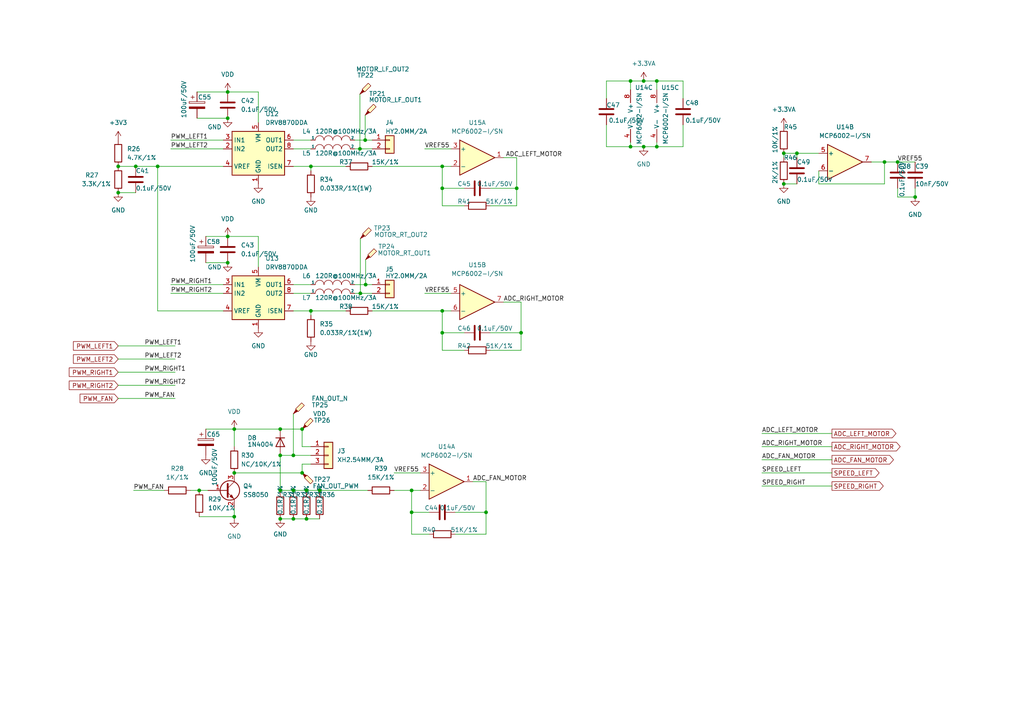
<source format=kicad_sch>
(kicad_sch (version 20231120) (generator "eeschema") (generator_version "8.0")
  (paper "A4")
  (lib_symbols
    (symbol "Amplifier_Operational:MCP6002-xSN" (pin_names (offset 0.127))
      (property "Reference" "U" (at 0 5.08 0))
      (property "Value" "MCP6002-xSN" (at 0 -5.08 0))
      (symbol "MCP6002-xSN_1_1"
        (polyline (pts (xy -5.08 5.08) (xy 5.08 0) (xy -5.08 -5.08) (xy -5.08 5.08)) (stroke (width 0.254)) (fill (type background)))
        (pin output line (at 7.62 0 180) (length 2.54) (name "~") (number "1"))
        (pin input line (at -7.62 -2.54 0) (length 2.54) (name "-") (number "2"))
        (pin input line (at -7.62 2.54 0) (length 2.54) (name "+") (number "3"))
      )
      (symbol "MCP6002-xSN_2_1"
        (polyline (pts (xy -5.08 5.08) (xy 5.08 0) (xy -5.08 -5.08) (xy -5.08 5.08)) (stroke (width 0.254)) (fill (type background)))
        (pin input line (at -7.62 2.54 0) (length 2.54) (name "+") (number "5"))
        (pin input line (at -7.62 -2.54 0) (length 2.54) (name "-") (number "6"))
        (pin output line (at 7.62 0 180) (length 2.54) (name "~") (number "7"))
      )
      (symbol "MCP6002-xSN_3_1"
        (pin power_in line (at -2.54 -7.62 90) (length 3.81) (name "V-") (number "4"))
        (pin power_in line (at -2.54 7.62 270) (length 3.81) (name "V+") (number "8"))
      )
    )
    (symbol "Connector:TestPoint_Probe" (pin_numbers hide) (pin_names (offset 0.762) hide)
      (property "Reference" "TP" (at 1.651 5.842 0))
      (property "Value" "TestPoint_Probe" (at 1.651 4.064 0))
      (symbol "TestPoint_Probe_0_1"
        (polyline (pts (xy 1.27 0.762) (xy 0 0) (xy 0.762 1.27) (xy 1.27 0.762)) (fill (type outline)))
        (polyline (pts (xy 1.397 0.635) (xy 0.635 1.397) (xy 2.413 3.175) (xy 3.175 2.413) (xy 1.397 0.635)) (fill (type background)))
      )
      (symbol "TestPoint_Probe_1_1"
        (pin passive line (at 0 0 90) (length 0) (name "1") (number "1"))
      )
    )
    (symbol "Connector_Generic:Conn_01x02" (pin_names (offset 1.016) hide)
      (property "Reference" "J" (at 0 2.54 0))
      (property "Value" "Conn_01x02" (at 0 -5.08 0))
      (symbol "Conn_01x02_1_1"
        (rectangle (start -1.27 -2.413) (end 0 -2.667) (stroke (width 0.1524)))
        (rectangle (start -1.27 0.127) (end 0 -0.127) (stroke (width 0.1524)))
        (rectangle (start -1.27 1.27) (end 1.27 -3.81) (stroke (width 0.254)) (fill (type background)))
        (pin passive line (at -5.08 0 0) (length 3.81) (name "Pin_1") (number "1"))
        (pin passive line (at -5.08 -2.54 0) (length 3.81) (name "Pin_2") (number "2"))
      )
    )
    (symbol "Connector_Generic:Conn_01x03" (pin_names (offset 1.016) hide)
      (property "Reference" "J" (at 0 5.08 0))
      (property "Value" "Conn_01x03" (at 0 -5.08 0))
      (symbol "Conn_01x03_1_1"
        (rectangle (start -1.27 -2.413) (end 0 -2.667) (stroke (width 0.1524)))
        (rectangle (start -1.27 0.127) (end 0 -0.127) (stroke (width 0.1524)))
        (rectangle (start -1.27 2.667) (end 0 2.413) (stroke (width 0.1524)))
        (rectangle (start -1.27 3.81) (end 1.27 -3.81) (stroke (width 0.254)) (fill (type background)))
        (pin passive line (at -5.08 2.54 0) (length 3.81) (name "Pin_1") (number "1"))
        (pin passive line (at -5.08 0 0) (length 3.81) (name "Pin_2") (number "2"))
        (pin passive line (at -5.08 -2.54 0) (length 3.81) (name "Pin_3") (number "3"))
      )
    )
    (symbol "Device:C" (pin_numbers hide) (pin_names (offset 0.254))
      (property "Reference" "C" (at 0.635 2.54 0))
      (property "Value" "C" (at 0.635 -2.54 0))
      (symbol "C_0_1"
        (polyline (pts (xy -2.032 -0.762) (xy 2.032 -0.762)) (stroke (width 0.508)))
        (polyline (pts (xy -2.032 0.762) (xy 2.032 0.762)) (stroke (width 0.508)))
      )
      (symbol "C_1_1"
        (pin passive line (at 0 3.81 270) (length 2.794) (name "~") (number "1"))
        (pin passive line (at 0 -3.81 90) (length 2.794) (name "~") (number "2"))
      )
    )
    (symbol "Device:C_Polarized" (pin_numbers hide) (pin_names (offset 0.254))
      (property "Reference" "C" (at 0.635 2.54 0))
      (property "Value" "C_Polarized" (at 0.635 -2.54 0))
      (symbol "C_Polarized_0_1"
        (rectangle (start -2.286 0.508) (end 2.286 1.016))
        (polyline (pts (xy -1.778 2.286) (xy -0.762 2.286)))
        (polyline (pts (xy -1.27 2.794) (xy -1.27 1.778)))
        (rectangle (start 2.286 -0.508) (end -2.286 -1.016) (fill (type outline)))
      )
      (symbol "C_Polarized_1_1"
        (pin passive line (at 0 3.81 270) (length 2.794) (name "~") (number "1"))
        (pin passive line (at 0 -3.81 90) (length 2.794) (name "~") (number "2"))
      )
    )
    (symbol "Device:D" (pin_numbers hide) (pin_names (offset 1.016) hide)
      (property "Reference" "D" (at 0 2.54 0))
      (property "Value" "D" (at 0 -2.54 0))
      (symbol "D_0_1"
        (polyline (pts (xy -1.27 1.27) (xy -1.27 -1.27)) (stroke (width 0.254)))
        (polyline (pts (xy 1.27 0) (xy -1.27 0)))
        (polyline (pts (xy 1.27 1.27) (xy 1.27 -1.27) (xy -1.27 0) (xy 1.27 1.27)) (stroke (width 0.254)))
      )
      (symbol "D_1_1"
        (pin passive line (at -3.81 0 0) (length 2.54) (name "K") (number "1"))
        (pin passive line (at 3.81 0 180) (length 2.54) (name "A") (number "2"))
      )
    )
    (symbol "Device:Q_NPN_BEC" (pin_names (offset 0) hide)
      (property "Reference" "Q" (at 5.08 1.27 0))
      (property "Value" "Q_NPN_BEC" (at 5.08 -1.27 0))
      (symbol "Q_NPN_BEC_0_1"
        (polyline (pts (xy 0.635 0.635) (xy 2.54 2.54)))
        (polyline (pts (xy 0.635 -0.635) (xy 2.54 -2.54) (xy 2.54 -2.54)))
        (polyline (pts (xy 0.635 1.905) (xy 0.635 -1.905) (xy 0.635 -1.905)) (stroke (width 0.508)))
        (polyline (pts (xy 1.27 -1.778) (xy 1.778 -1.27) (xy 2.286 -2.286) (xy 1.27 -1.778) (xy 1.27 -1.778)) (fill (type outline)))
        (circle (center 1.27 0) (radius 2.8194) (stroke (width 0.254)))
      )
      (symbol "Q_NPN_BEC_1_1"
        (pin input line (at -5.08 0 0) (length 5.715) (name "B") (number "1"))
        (pin passive line (at 2.54 -5.08 90) (length 2.54) (name "E") (number "2"))
        (pin passive line (at 2.54 5.08 270) (length 2.54) (name "C") (number "3"))
      )
    )
    (symbol "Device:R" (pin_numbers hide) (pin_names (offset 0))
      (property "Reference" "R" (at 2.032 0 90))
      (property "Value" "R" (at 0 0 90))
      (symbol "R_0_1"
        (rectangle (start -1.016 -2.54) (end 1.016 2.54) (stroke (width 0.254)))
      )
      (symbol "R_1_1"
        (pin passive line (at 0 3.81 270) (length 1.27) (name "~") (number "1"))
        (pin passive line (at 0 -3.81 90) (length 1.27) (name "~") (number "2"))
      )
    )
    (symbol "Driver_Motor:DRV8870DDA"
      (property "Reference" "U" (at -6.35 6.35 0))
      (property "Value" "DRV8870DDA" (at 8.89 6.35 0))
      (symbol "DRV8870DDA_0_1"
        (rectangle (start -7.62 5.08) (end 7.62 -7.62) (stroke (width 0.254)) (fill (type background)))
      )
      (symbol "DRV8870DDA_1_1"
        (pin power_in line (at 0 -10.16 90) (length 2.54) (name "GND") (number "1"))
        (pin input line (at -10.16 0 0) (length 2.54) (name "IN2") (number "2"))
        (pin input line (at -10.16 2.54 0) (length 2.54) (name "IN1") (number "3"))
        (pin input line (at -10.16 -5.08 0) (length 2.54) (name "VREF") (number "4"))
        (pin power_in line (at 0 7.62 270) (length 2.54) (name "VM") (number "5"))
        (pin output line (at 10.16 2.54 180) (length 2.54) (name "OUT1") (number "6"))
        (pin passive line (at 10.16 -5.08 180) (length 2.54) (name "ISEN") (number "7"))
        (pin output line (at 10.16 0 180) (length 2.54) (name "OUT2") (number "8"))
        (pin passive line (at 0 -10.16 90) (length 2.54) hide (name "GND") (number "9"))
      )
    )
    (symbol "power:+3.3VA" (power) (pin_names (offset 0))
      (property "Value" "+3.3VA" (at 0 3.556 0))
      (symbol "+3.3VA_0_1"
        (polyline (pts (xy -0.762 1.27) (xy 0 2.54)))
        (polyline (pts (xy 0 0) (xy 0 2.54)))
        (polyline (pts (xy 0 2.54) (xy 0.762 1.27)))
      )
      (symbol "+3.3VA_1_1"
        (pin power_in line (at 0 0 90) (length 0) hide (name "+3.3VA") (number "1"))
      )
    )
    (symbol "power:+3V3" (power) (pin_names (offset 0))
      (property "Value" "+3V3" (at 0 3.556 0))
      (symbol "+3V3_0_1"
        (polyline (pts (xy -0.762 1.27) (xy 0 2.54)))
        (polyline (pts (xy 0 0) (xy 0 2.54)))
        (polyline (pts (xy 0 2.54) (xy 0.762 1.27)))
      )
      (symbol "+3V3_1_1"
        (pin power_in line (at 0 0 90) (length 0) hide (name "+3V3") (number "1"))
      )
    )
    (symbol "power:GND" (power) (pin_names (offset 0))
      (property "Value" "GND" (at 0 -3.81 0))
      (symbol "GND_0_1"
        (polyline (pts (xy 0 0) (xy 0 -1.27) (xy 1.27 -1.27) (xy 0 -2.54) (xy -1.27 -1.27) (xy 0 -1.27)))
      )
      (symbol "GND_1_1"
        (pin power_in line (at 0 0 270) (length 0) hide (name "GND") (number "1"))
      )
    )
    (symbol "power:VDD" (power) (pin_names (offset 0))
      (property "Value" "VDD" (at 0 3.81 0))
      (symbol "VDD_0_1"
        (polyline (pts (xy -0.762 1.27) (xy 0 2.54)))
        (polyline (pts (xy 0 0) (xy 0 2.54)))
        (polyline (pts (xy 0 2.54) (xy 0.762 1.27)))
      )
      (symbol "VDD_1_1"
        (pin power_in line (at 0 0 90) (length 0) hide (name "VDD") (number "1"))
      )
    )
    (symbol "pspice:INDUCTOR" (pin_numbers hide) (pin_names (offset 0))
      (property "Reference" "L" (at 0 2.54 0))
      (property "Value" "INDUCTOR" (at 0 -1.27 0))
      (symbol "INDUCTOR_0_1"
        (arc (start -2.54 0) (mid -3.81 1.2645) (end -5.08 0))
        (arc (start 0 0) (mid -1.27 1.2645) (end -2.54 0))
        (arc (start 2.54 0) (mid 1.27 1.2645) (end 0 0))
        (arc (start 5.08 0) (mid 3.81 1.2645) (end 2.54 0))
      )
      (symbol "INDUCTOR_1_1"
        (pin input line (at -6.35 0 0) (length 1.27) (name "1") (number "1"))
        (pin input line (at 6.35 0 180) (length 1.27) (name "2") (number "2"))
      )
    )
  )
  (junction (at 39.37 48.26))
  (junction (at 90.17 48.26))
  (junction (at 66.04 68.58))
  (junction (at 140.97 148.59))
  (junction (at 88.9 150.495))
  (junction (at 186.69 23.495))
  (junction (at 128.27 54.61))
  (junction (at 88.9 142.24))
  (junction (at 256.54 46.99))
  (junction (at 85.09 150.495))
  (junction (at 106.045 82.55))
  (junction (at 104.521 85.09))
  (junction (at 128.27 48.26))
  (junction (at 45.72 48.26))
  (junction (at 81.28 150.495))
  (junction (at 128.27 90.17))
  (junction (at 149.86 54.61))
  (junction (at 119.38 148.59))
  (junction (at 85.09 142.24))
  (junction (at 67.945 137.16))
  (junction (at 85.09 132.08))
  (junction (at 105.918 40.64))
  (junction (at 182.88 23.495))
  (junction (at 81.28 124.46))
  (junction (at 67.945 149.86))
  (junction (at 57.785 142.24))
  (junction (at 190.5 42.545))
  (junction (at 151.13 96.52))
  (junction (at 67.945 124.46))
  (junction (at 34.29 48.26))
  (junction (at 231.14 44.45))
  (junction (at 119.38 142.24))
  (junction (at 265.43 57.15))
  (junction (at 227.33 53.34))
  (junction (at 227.33 44.45))
  (junction (at 128.27 96.52))
  (junction (at 260.35 46.99))
  (junction (at 87.63 137.16))
  (junction (at 81.28 132.08))
  (junction (at 34.29 55.88))
  (junction (at 182.88 42.545))
  (junction (at 186.69 42.545))
  (junction (at 90.17 90.17))
  (junction (at 92.71 142.24))
  (junction (at 190.5 23.495))
  (junction (at 104.394 43.18))
  (junction (at 87.63 124.46))
  (junction (at 81.28 142.24))
  (junction (at 66.04 76.2))
  (junction (at 66.04 26.67))
  (junction (at 66.04 34.29))
  (wire (pts (xy 87.63 137.16) (xy 87.63 134.62)))
  (wire (pts (xy 128.27 96.52) (xy 128.27 90.17)))
  (wire (pts (xy 104.394 43.18) (xy 107.95 43.18)))
  (wire (pts (xy 106.045 75.311) (xy 106.045 82.55)))
  (wire (pts (xy 85.09 142.24) (xy 85.09 142.875)))
  (wire (pts (xy 220.98 133.35) (xy 241.3 133.35)))
  (wire (pts (xy 128.27 59.69) (xy 128.27 54.61)))
  (wire (pts (xy 119.38 142.24) (xy 119.38 148.59)))
  (wire (pts (xy 132.08 154.94) (xy 140.97 154.94)))
  (wire (pts (xy 64.77 90.17) (xy 45.72 90.17)))
  (wire (pts (xy 88.9 142.24) (xy 92.71 142.24)))
  (wire (pts (xy 105.918 33.401) (xy 105.918 40.64)))
  (wire (pts (xy 119.38 148.59) (xy 124.46 148.59)))
  (wire (pts (xy 87.63 124.46) (xy 81.28 124.46)))
  (wire (pts (xy 102.87 43.18) (xy 104.394 43.18)))
  (wire (pts (xy 149.86 45.72) (xy 146.05 45.72)))
  (wire (pts (xy 92.71 142.24) (xy 106.68 142.24)))
  (wire (pts (xy 260.35 57.15) (xy 265.43 57.15)))
  (wire (pts (xy 175.895 36.195) (xy 175.895 42.545)))
  (wire (pts (xy 265.43 54.61) (xy 265.43 57.15)))
  (wire (pts (xy 59.69 124.46) (xy 67.945 124.46)))
  (wire (pts (xy 107.95 90.17) (xy 128.27 90.17)))
  (wire (pts (xy 49.53 40.64) (xy 64.77 40.64)))
  (wire (pts (xy 114.3 137.16) (xy 121.92 137.16)))
  (wire (pts (xy 182.88 23.495) (xy 186.69 23.495)))
  (wire (pts (xy 260.35 54.61) (xy 260.35 57.15)))
  (wire (pts (xy 142.24 54.61) (xy 149.86 54.61)))
  (wire (pts (xy 140.97 139.7) (xy 137.16 139.7)))
  (wire (pts (xy 66.04 26.67) (xy 74.93 26.67)))
  (wire (pts (xy 132.08 148.59) (xy 140.97 148.59)))
  (wire (pts (xy 74.93 68.58) (xy 74.93 77.47)))
  (wire (pts (xy 220.98 129.54) (xy 241.3 129.54)))
  (wire (pts (xy 128.27 90.17) (xy 130.81 90.17)))
  (wire (pts (xy 34.29 55.88) (xy 39.37 55.88)))
  (wire (pts (xy 85.09 120.015) (xy 85.09 132.08)))
  (wire (pts (xy 105.918 40.64) (xy 107.95 40.64)))
  (wire (pts (xy 85.09 85.09) (xy 90.17 85.09)))
  (wire (pts (xy 149.86 59.69) (xy 149.86 54.61)))
  (wire (pts (xy 256.54 46.99) (xy 260.35 46.99)))
  (wire (pts (xy 45.72 48.26) (xy 45.72 90.17)))
  (wire (pts (xy 182.88 23.495) (xy 182.88 26.035)))
  (wire (pts (xy 87.63 129.54) (xy 87.63 124.46)))
  (wire (pts (xy 198.12 23.495) (xy 190.5 23.495)))
  (wire (pts (xy 175.895 42.545) (xy 182.88 42.545)))
  (wire (pts (xy 49.53 43.18) (xy 64.77 43.18)))
  (wire (pts (xy 85.09 142.24) (xy 88.9 142.24)))
  (wire (pts (xy 39.37 48.26) (xy 45.72 48.26)))
  (wire (pts (xy 85.09 43.18) (xy 90.17 43.18)))
  (wire (pts (xy 134.62 59.69) (xy 128.27 59.69)))
  (wire (pts (xy 123.19 85.09) (xy 130.81 85.09)))
  (wire (pts (xy 142.24 101.6) (xy 151.13 101.6)))
  (wire (pts (xy 67.945 147.32) (xy 67.945 149.86)))
  (wire (pts (xy 237.49 53.34) (xy 256.54 53.34)))
  (wire (pts (xy 124.46 154.94) (xy 119.38 154.94)))
  (wire (pts (xy 190.5 42.545) (xy 198.12 42.545)))
  (wire (pts (xy 81.28 150.495) (xy 85.09 150.495)))
  (wire (pts (xy 186.69 23.495) (xy 190.5 23.495)))
  (wire (pts (xy 74.93 26.67) (xy 74.93 35.56)))
  (wire (pts (xy 128.27 101.6) (xy 128.27 96.52)))
  (wire (pts (xy 67.945 124.46) (xy 67.945 129.54)))
  (wire (pts (xy 220.98 125.73) (xy 241.3 125.73)))
  (wire (pts (xy 175.895 23.495) (xy 182.88 23.495)))
  (wire (pts (xy 190.5 42.545) (xy 186.69 42.545)))
  (wire (pts (xy 190.5 41.275) (xy 190.5 42.545)))
  (wire (pts (xy 88.9 142.24) (xy 88.9 142.875)))
  (wire (pts (xy 123.19 43.18) (xy 130.81 43.18)))
  (wire (pts (xy 102.87 82.55) (xy 106.045 82.55)))
  (wire (pts (xy 151.13 87.63) (xy 146.05 87.63)))
  (wire (pts (xy 85.09 40.64) (xy 90.17 40.64)))
  (wire (pts (xy 107.95 48.26) (xy 128.27 48.26)))
  (wire (pts (xy 81.28 142.24) (xy 85.09 142.24)))
  (wire (pts (xy 34.29 104.14) (xy 50.8 104.14)))
  (wire (pts (xy 104.521 85.09) (xy 107.95 85.09)))
  (wire (pts (xy 198.12 42.545) (xy 198.12 36.195)))
  (wire (pts (xy 90.17 48.26) (xy 100.33 48.26)))
  (wire (pts (xy 237.49 49.53) (xy 237.49 53.34)))
  (wire (pts (xy 90.17 49.53) (xy 90.17 48.26)))
  (wire (pts (xy 151.13 101.6) (xy 151.13 96.52)))
  (wire (pts (xy 106.045 82.55) (xy 107.95 82.55)))
  (wire (pts (xy 128.27 54.61) (xy 128.27 48.26)))
  (wire (pts (xy 182.88 42.545) (xy 182.88 41.275)))
  (wire (pts (xy 190.5 26.035) (xy 190.5 23.495)))
  (wire (pts (xy 128.27 96.52) (xy 134.62 96.52)))
  (wire (pts (xy 87.63 134.62) (xy 90.17 134.62)))
  (wire (pts (xy 57.15 26.67) (xy 66.04 26.67)))
  (wire (pts (xy 90.17 91.44) (xy 90.17 90.17)))
  (wire (pts (xy 81.28 142.24) (xy 81.28 142.875)))
  (wire (pts (xy 57.785 149.86) (xy 67.945 149.86)))
  (wire (pts (xy 85.09 48.26) (xy 90.17 48.26)))
  (wire (pts (xy 256.54 53.34) (xy 256.54 46.99)))
  (wire (pts (xy 231.14 44.45) (xy 231.14 45.72)))
  (wire (pts (xy 227.33 53.34) (xy 231.14 53.34)))
  (wire (pts (xy 140.97 154.94) (xy 140.97 148.59)))
  (wire (pts (xy 81.28 132.08) (xy 85.09 132.08)))
  (wire (pts (xy 59.69 68.58) (xy 66.04 68.58)))
  (wire (pts (xy 142.24 59.69) (xy 149.86 59.69)))
  (wire (pts (xy 34.29 100.33) (xy 50.8 100.33)))
  (wire (pts (xy 104.394 27.305) (xy 104.394 43.18)))
  (wire (pts (xy 88.9 150.495) (xy 92.71 150.495)))
  (wire (pts (xy 256.54 46.99) (xy 252.73 46.99)))
  (wire (pts (xy 45.72 48.26) (xy 64.77 48.26)))
  (wire (pts (xy 149.86 54.61) (xy 149.86 45.72)))
  (wire (pts (xy 260.35 46.99) (xy 265.43 46.99)))
  (wire (pts (xy 227.33 45.72) (xy 227.33 44.45)))
  (wire (pts (xy 85.09 150.495) (xy 88.9 150.495)))
  (wire (pts (xy 85.09 90.17) (xy 90.17 90.17)))
  (wire (pts (xy 57.15 34.29) (xy 66.04 34.29)))
  (wire (pts (xy 49.53 82.55) (xy 64.77 82.55)))
  (wire (pts (xy 128.27 48.26) (xy 130.81 48.26)))
  (wire (pts (xy 119.38 148.59) (xy 119.38 154.94)))
  (wire (pts (xy 90.17 90.17) (xy 100.33 90.17)))
  (wire (pts (xy 57.785 142.24) (xy 60.325 142.24)))
  (wire (pts (xy 151.13 96.52) (xy 151.13 87.63)))
  (wire (pts (xy 220.98 137.16) (xy 241.3 137.16)))
  (wire (pts (xy 142.24 96.52) (xy 151.13 96.52)))
  (wire (pts (xy 34.29 111.76) (xy 50.8 111.76)))
  (wire (pts (xy 140.97 148.59) (xy 140.97 139.7)))
  (wire (pts (xy 34.29 107.95) (xy 50.8 107.95)))
  (wire (pts (xy 102.87 40.64) (xy 105.918 40.64)))
  (wire (pts (xy 231.14 44.45) (xy 237.49 44.45)))
  (wire (pts (xy 87.63 129.54) (xy 90.17 129.54)))
  (wire (pts (xy 34.29 115.57) (xy 50.8 115.57)))
  (wire (pts (xy 175.895 28.575) (xy 175.895 23.495)))
  (wire (pts (xy 34.29 48.26) (xy 39.37 48.26)))
  (wire (pts (xy 38.735 142.24) (xy 47.625 142.24)))
  (wire (pts (xy 67.945 150.495) (xy 67.945 149.86)))
  (wire (pts (xy 119.38 142.24) (xy 121.92 142.24)))
  (wire (pts (xy 104.521 69.215) (xy 104.521 85.09)))
  (wire (pts (xy 92.71 142.24) (xy 92.71 142.875)))
  (wire (pts (xy 220.98 140.97) (xy 241.3 140.97)))
  (wire (pts (xy 186.69 42.545) (xy 182.88 42.545)))
  (wire (pts (xy 134.62 101.6) (xy 128.27 101.6)))
  (wire (pts (xy 85.09 82.55) (xy 90.17 82.55)))
  (wire (pts (xy 85.09 132.08) (xy 90.17 132.08)))
  (wire (pts (xy 134.62 54.61) (xy 128.27 54.61)))
  (wire (pts (xy 81.28 132.08) (xy 81.28 142.24)))
  (wire (pts (xy 59.69 76.2) (xy 66.04 76.2)))
  (wire (pts (xy 66.04 68.58) (xy 74.93 68.58)))
  (wire (pts (xy 114.3 142.24) (xy 119.38 142.24)))
  (wire (pts (xy 55.245 142.24) (xy 57.785 142.24)))
  (wire (pts (xy 67.945 137.16) (xy 87.63 137.16)))
  (wire (pts (xy 67.945 124.46) (xy 81.28 124.46)))
  (wire (pts (xy 102.87 85.09) (xy 104.521 85.09)))
  (wire (pts (xy 198.12 28.575) (xy 198.12 23.495)))
  (wire (pts (xy 49.53 85.09) (xy 64.77 85.09)))
  (wire (pts (xy 227.33 44.45) (xy 231.14 44.45)))
  (label "VREF55" (at 114.3 137.16 0))
  (label "ADC_RIGHT_MOTOR" (at 146.05 87.63 0))
  (label "VREF55" (at 123.19 43.18 0))
  (label "ADC_FAN_MOTOR" (at 137.16 139.7 0))
  (label "PWM_LEFT2" (at 41.91 104.14 0))
  (label "ADC_RIGHT_MOTOR" (at 220.98 129.54 0))
  (label "SPEED_LEFT" (at 220.98 137.16 0))
  (label "VREF55" (at 260.35 46.99 0))
  (label "VREF55" (at 123.19 85.09 0))
  (label "PWM_FAN" (at 41.91 115.57 0))
  (label "SPEED_RIGHT" (at 220.98 140.97 0))
  (label "PWM_LEFT1" (at 49.53 40.64 0))
  (label "PWM_RIGHT2" (at 41.91 111.76 0))
  (label "ADC_FAN_MOTOR" (at 220.98 133.35 0))
  (label "PWM_RIGHT1" (at 49.53 82.55 0))
  (label "PWM_LEFT1" (at 41.91 100.33 0))
  (label "PWM_LEFT2" (at 49.53 43.18 0))
  (label "ADC_LEFT_MOTOR" (at 146.685 45.72 0))
  (label "PWM_RIGHT1" (at 41.91 107.95 0))
  (label "PWM_RIGHT2" (at 49.53 85.09 0))
  (label "PWM_FAN" (at 38.735 142.24 0))
  (label "ADC_LEFT_MOTOR" (at 220.98 125.73 0))
  (global_label "PWM_FAN" (shape input) (at 34.29 115.57 180) (property "Intersheetrefs" "${INTERSHEET_REFS}" (effects (hide yes))))
  (global_label "ADC_FAN_MOTOR" (shape output) (at 241.3 133.35 0) (property "Intersheetrefs" "${INTERSHEET_REFS}" (effects (hide yes))))
  (global_label "PWM_RIGHT2" (shape input) (at 34.29 111.76 180) (property "Intersheetrefs" "${INTERSHEET_REFS}" (effects (hide yes))))
  (global_label "ADC_LEFT_MOTOR" (shape output) (at 241.3 125.73 0) (property "Intersheetrefs" "${INTERSHEET_REFS}" (effects (hide yes))))
  (global_label "PWM_LEFT2" (shape input) (at 34.29 104.14 180) (property "Intersheetrefs" "${INTERSHEET_REFS}" (effects (hide yes))))
  (global_label "ADC_RIGHT_MOTOR" (shape output) (at 241.3 129.54 0) (property "Intersheetrefs" "${INTERSHEET_REFS}" (effects (hide yes))))
  (global_label "SPEED_LEFT" (shape output) (at 241.3 137.16 0) (property "Intersheetrefs" "${INTERSHEET_REFS}" (effects (hide yes))))
  (global_label "PWM_RIGHT1" (shape input) (at 34.29 107.95 180) (property "Intersheetrefs" "${INTERSHEET_REFS}" (effects (hide yes))))
  (global_label "SPEED_RIGHT" (shape output) (at 241.3 140.97 0) (property "Intersheetrefs" "${INTERSHEET_REFS}" (effects (hide yes))))
  (global_label "PWM_LEFT1" (shape input) (at 34.29 100.33 180) (property "Intersheetrefs" "${INTERSHEET_REFS}" (effects (hide yes))))
  (symbol (lib_id "Device:C") (at 66.04 72.39 0) (unit 1)
    (property "Reference" "C43" (at 69.85 71.1199 0) (effects (justify left)))
    (property "Value" "0.1uF/50V" (at 69.85 73.6599 0) (effects (justify left)))
    (property "Footprint" "Capacitor_SMD:C_0603_1608Metric" (effects (hide yes)))
  )
  (symbol (lib_id "Device:C") (at 138.43 96.52 90) (unit 1)
    (property "Reference" "C46" (at 134.62 95.25 90))
    (property "Value" "0.1uF/50V" (at 143.51 95.25 90))
    (property "Footprint" "Capacitor_SMD:C_0603_1608Metric" (effects (hide yes)))
  )
  (symbol (lib_id "Device:C") (at 231.14 49.53 0) (unit 1)
    (property "Reference" "C49" (at 231.14 46.99 0) (effects (justify left)))
    (property "Value" "0.1uF/50V" (at 231.14 52.07 0) (effects (justify left)))
    (property "Footprint" "Capacitor_SMD:C_0603_1608Metric" (effects (hide yes)))
  )
  (symbol (lib_id "Amplifier_Operational:MCP6002-xSN") (at 138.43 45.72 0) (unit 1)
    (property "Reference" "U15" (at 138.43 35.56 0))
    (property "Value" "MCP6002-I/SN" (at 138.43 38.1 0))
    (property "Footprint" "Package_SO:SOIC-8_3.9x4.9mm_P1.27mm" (effects (hide yes)))
    (property "Datasheet" "http://ww1.microchip.com/downloads/en/DeviceDoc/21733j.pdf" (effects (hide yes)))
  )
  (symbol (lib_id "Device:R") (at 57.785 146.05 180) (unit 1)
    (property "Reference" "R29" (at 60.325 144.7799 0) (effects (justify right)))
    (property "Value" "10K/1%" (at 60.325 147.3199 0) (effects (justify right)))
    (property "Footprint" "Resistor_SMD:R_0603_1608Metric" (effects (hide yes)))
  )
  (symbol (lib_id "Device:C") (at 175.895 32.385 0) (unit 1)
    (property "Reference" "C47" (at 175.895 30.48 0) (effects (justify left)))
    (property "Value" "0.1uF/50V" (at 176.53 34.925 0) (effects (justify left)))
    (property "Footprint" "Capacitor_SMD:C_0603_1608Metric" (effects (hide yes)))
  )
  (symbol (lib_id "Device:R") (at 227.33 49.53 0) (unit 1)
    (property "Reference" "R46" (at 227.33 45.72 0) (effects (justify left)))
    (property "Value" "2K/1%" (at 224.79 53.34 90) (effects (justify left)))
    (property "Footprint" "Resistor_SMD:R_0603_1608Metric" (effects (hide yes)))
  )
  (symbol (lib_id "power:GND") (at 74.93 53.34 0) (unit 1)
    (property "Reference" "#PWR0161" (effects (hide yes)))
    (property "Value" "GND" (at 74.93 58.42 0))
  )
  (symbol (lib_id "Device:R") (at 110.49 142.24 90) (unit 1)
    (property "Reference" "R39" (at 110.49 135.89 90))
    (property "Value" "15K/1%" (at 110.49 138.43 90))
    (property "Footprint" "Resistor_SMD:R_0603_1608Metric" (effects (hide yes)))
  )
  (symbol (lib_id "Device:R") (at 90.17 95.25 0) (unit 1)
    (property "Reference" "R35" (at 92.71 93.9799 0) (effects (justify left)))
    (property "Value" "0.033R/1%(1W)" (at 92.71 96.5199 0) (effects (justify left)))
    (property "Footprint" "Resistor_SMD:R_1206_3216Metric" (effects (hide yes)))
  )
  (symbol (lib_id "Amplifier_Operational:MCP6002-xSN") (at 138.43 87.63 0) (unit 2)
    (property "Reference" "U15" (at 138.43 76.835 0))
    (property "Value" "MCP6002-I/SN" (at 138.43 79.375 0))
    (property "Footprint" "Package_SO:SOIC-8_3.9x4.9mm_P1.27mm" (effects (hide yes)))
    (property "Datasheet" "http://ww1.microchip.com/downloads/en/DeviceDoc/21733j.pdf" (effects (hide yes)))
  )
  (symbol (lib_id "power:GND") (at 67.945 150.495 0) (unit 1)
    (property "Reference" "#PWR0164" (effects (hide yes)))
    (property "Value" "GND" (at 67.945 155.575 0))
  )
  (symbol (lib_id "Driver_Motor:DRV8870DDA") (at 74.93 85.09 0) (unit 1)
    (property "Reference" "U13" (at 76.9494 74.93 0) (effects (justify left)))
    (property "Value" "DRV8870DDA" (at 76.9494 77.47 0) (effects (justify left)))
    (property "Footprint" "Package_SO:Texas_HTSOP-8-1EP_3.9x4.9mm_P1.27mm_EP2.95x4.9mm_Mask2.4x3.1mm_ThermalVias" (effects (hide yes)))
    (property "Datasheet" "http://www.ti.com/lit/ds/symlink/drv8870.pdf" (effects (hide yes)))
  )
  (symbol (lib_id "power:+3V3") (at 34.29 40.64 0) (unit 1)
    (property "Reference" "#PWR0183" (effects (hide yes)))
    (property "Value" "+3V3" (at 34.29 35.56 0))
  )
  (symbol (lib_id "Amplifier_Operational:MCP6002-xSN") (at 129.54 139.7 0) (unit 1)
    (property "Reference" "U14" (at 129.54 129.54 0))
    (property "Value" "MCP6002-I/SN" (at 129.54 132.08 0))
    (property "Footprint" "Package_SO:SOIC-8_3.9x4.9mm_P1.27mm" (effects (hide yes)))
    (property "Datasheet" "http://ww1.microchip.com/downloads/en/DeviceDoc/21733j.pdf" (effects (hide yes)))
  )
  (symbol (lib_id "power:GND") (at 186.69 42.545 0) (unit 1)
    (property "Reference" "#PWR0169" (effects (hide yes)))
    (property "Value" "GND" (at 186.69 47.625 0))
  )
  (symbol (lib_id "power:GND") (at 34.29 55.88 0) (unit 1)
    (property "Reference" "#PWR0184" (effects (hide yes)))
    (property "Value" "GND" (at 34.29 60.96 0))
  )
  (symbol (lib_id "Driver_Motor:DRV8870DDA") (at 74.93 43.18 0) (unit 1)
    (property "Reference" "U12" (at 76.9494 33.02 0) (effects (justify left)))
    (property "Value" "DRV8870DDA" (at 76.9494 35.56 0) (effects (justify left)))
    (property "Footprint" "Package_SO:Texas_HTSOP-8-1EP_3.9x4.9mm_P1.27mm_EP2.95x4.9mm_Mask2.4x3.1mm_ThermalVias" (effects (hide yes)))
    (property "Datasheet" "http://www.ti.com/lit/ds/symlink/drv8870.pdf" (effects (hide yes)))
  )
  (symbol (lib_id "Connector:TestPoint_Probe") (at 85.09 120.015 0) (unit 1)
    (property "Reference" "TP25" (at 95.25 117.475 0) (effects (justify right)))
    (property "Value" "FAN_OUT_N" (at 100.965 115.57 0) (effects (justify right)))
    (property "Footprint" "TestPoint:TestPoint_Pad_D1.0mm" (effects (hide yes)))
  )
  (symbol (lib_id "Device:R") (at 104.14 48.26 90) (unit 1)
    (property "Reference" "R37" (at 100.33 46.99 90))
    (property "Value" "15K/1%" (at 111.76 46.99 90))
    (property "Footprint" "Resistor_SMD:R_0603_1608Metric" (effects (hide yes)))
  )
  (symbol (lib_id "power:GND") (at 66.04 34.29 0) (unit 1)
    (property "Reference" "#PWR0173" (effects (hide yes)))
    (property "Value" "GND" (at 62.23 36.83 0))
  )
  (symbol (lib_id "Device:C_Polarized") (at 57.15 30.48 0) (unit 1)
    (property "Reference" "C55" (at 57.404 28.194 0) (effects (justify left)))
    (property "Value" "100uF/50V" (at 53.34 34.29 90) (effects (justify left)))
    (property "Footprint" "Capacitor_THT:CP_Radial_D6.3mm_P2.50mm" (effects (hide yes)))
  )
  (symbol (lib_id "Connector:TestPoint_Probe") (at 104.521 69.215 0) (unit 1)
    (property "Reference" "TP23" (at 113.284 66.167 0) (effects (justify right)))
    (property "Value" "MOTOR_RT_OUT2" (at 124.079 68.072 0) (effects (justify right)))
    (property "Footprint" "TestPoint:TestPoint_Pad_D1.0mm" (effects (hide yes)))
  )
  (symbol (lib_id "Device:R") (at 227.33 40.64 0) (unit 1)
    (property "Reference" "R45" (at 227.33 36.83 0) (effects (justify left)))
    (property "Value" "10K/1%" (at 224.79 44.45 90) (effects (justify left)))
    (property "Footprint" "Resistor_SMD:R_0603_1608Metric" (effects (hide yes)))
  )
  (symbol (lib_id "Connector:TestPoint_Probe") (at 87.63 137.16 270) (unit 1)
    (property "Reference" "TP27" (at 95.885 139.065 90) (effects (justify right)))
    (property "Value" "FAN_OUT_PWM" (at 104.14 140.97 90) (effects (justify right)))
    (property "Footprint" "TestPoint:TestPoint_Pad_D1.0mm" (effects (hide yes)))
  )
  (symbol (lib_id "power:+3.3VA") (at 227.33 36.83 0) (unit 1)
    (property "Reference" "#PWR0179" (effects (hide yes)))
    (property "Value" "+3.3VA" (at 227.33 31.75 0))
  )
  (symbol (lib_id "Connector_Generic:Conn_01x03") (at 95.25 132.08 0) (unit 1)
    (property "Reference" "J3" (at 97.79 130.8099 0) (effects (justify left)))
    (property "Value" "XH2.54MM/3A" (at 97.79 133.3499 0) (effects (justify left)))
    (property "Footprint" "Connector_JST:JST_XH_B3B-XH-A_1x03_P2.50mm_Vertical" (effects (hide yes)))
  )
  (symbol (lib_id "Connector:TestPoint_Probe") (at 87.63 124.46 0) (unit 1)
    (property "Reference" "TP26" (at 95.885 121.92 0) (effects (justify right)))
    (property "Value" "VDD" (at 94.615 120.015 0) (effects (justify right)))
    (property "Footprint" "TestPoint:TestPoint_Pad_D1.0mm" (effects (hide yes)))
  )
  (symbol (lib_id "power:GND") (at 90.17 57.15 0) (unit 1)
    (property "Reference" "#PWR0172" (effects (hide yes)))
    (property "Value" "GND" (at 90.17 60.96 0))
  )
  (symbol (lib_id "Connector_Generic:Conn_01x02") (at 113.03 82.55 0) (unit 1)
    (property "Reference" "J5" (at 111.76 78.105 0) (effects (justify left)))
    (property "Value" "HY2.0MM/2A" (at 111.76 80.01 0) (effects (justify left)))
    (property "Footprint" "Ovo_Connector_YH:YH_HY_2A_1x02_P2.00mm_Vertical" (effects (hide yes)))
  )
  (symbol (lib_id "Device:C") (at 138.43 54.61 90) (unit 1)
    (property "Reference" "C45" (at 134.62 53.34 90))
    (property "Value" "0.1uF/50V" (at 143.51 53.34 90))
    (property "Footprint" "Capacitor_SMD:C_0603_1608Metric" (effects (hide yes)))
  )
  (symbol (lib_id "Device:R") (at 128.27 154.94 90) (unit 1)
    (property "Reference" "R40" (at 124.46 153.67 90))
    (property "Value" "51K/1%" (at 134.62 153.67 90))
    (property "Footprint" "Resistor_SMD:R_0603_1608Metric" (effects (hide yes)))
  )
  (symbol (lib_id "Device:C") (at 66.04 30.48 0) (unit 1)
    (property "Reference" "C42" (at 69.85 29.2099 0) (effects (justify left)))
    (property "Value" "0.1uF/50V" (at 69.85 31.7499 0) (effects (justify left)))
    (property "Footprint" "Capacitor_SMD:C_0603_1608Metric" (effects (hide yes)))
  )
  (symbol (lib_id "Device:R") (at 138.43 59.69 90) (unit 1)
    (property "Reference" "R41" (at 134.62 58.42 90))
    (property "Value" "51K/1%" (at 144.78 58.42 90))
    (property "Footprint" "Resistor_SMD:R_0603_1608Metric" (effects (hide yes)))
  )
  (symbol (lib_id "Amplifier_Operational:MCP6002-xSN") (at 193.04 33.655 0) (unit 3)
    (property "Reference" "U15" (at 191.77 25.4 0) (effects (justify left)))
    (property "Value" "MCP6002-I/SN" (at 193.04 41.91 90) (effects (justify left)))
    (property "Footprint" "Package_SO:SOIC-8_3.9x4.9mm_P1.27mm" (effects (hide yes)))
    (property "Datasheet" "http://ww1.microchip.com/downloads/en/DeviceDoc/21733j.pdf" (effects (hide yes)))
  )
  (symbol (lib_id "pspice:INDUCTOR") (at 96.52 82.55 0) (unit 1)
    (property "Reference" "L6" (at 88.9 80.01 0))
    (property "Value" "120R@100MHz/3A" (at 100.33 80.01 0))
    (property "Footprint" "Inductor_SMD:L_1206_3216Metric" (effects (hide yes)))
  )
  (symbol (lib_id "Device:Q_NPN_BEC") (at 65.405 142.24 0) (unit 1)
    (property "Reference" "Q4" (at 70.485 140.9699 0) (effects (justify left)))
    (property "Value" "SS8050" (at 70.485 143.5099 0) (effects (justify left)))
    (property "Footprint" "Package_TO_SOT_SMD:SOT-23" (effects (hide yes)))
  )
  (symbol (lib_id "Device:R") (at 90.17 53.34 0) (unit 1)
    (property "Reference" "R34" (at 92.71 52.0699 0) (effects (justify left)))
    (property "Value" "0.033R/1%(1W)" (at 92.71 54.6099 0) (effects (justify left)))
    (property "Footprint" "Resistor_SMD:R_1206_3216Metric" (effects (hide yes)))
  )
  (symbol (lib_id "Device:R") (at 88.9 146.685 0) (unit 1)
    (property "Reference" "R33" (at 89.535 143.51 0) (effects (justify left)))
    (property "Value" "0.1R/1%" (at 88.9 149.225 90) (effects (justify left)))
    (property "Footprint" "Resistor_SMD:R_0805_2012Metric" (effects (hide yes)))
  )
  (symbol (lib_id "power:GND") (at 74.93 95.25 0) (unit 1)
    (property "Reference" "#PWR0159" (effects (hide yes)))
    (property "Value" "GND" (at 74.93 100.33 0))
  )
  (symbol (lib_id "power:GND") (at 90.17 99.06 0) (unit 1)
    (property "Reference" "#PWR0185" (effects (hide yes)))
    (property "Value" "GND" (at 90.17 102.87 0))
  )
  (symbol (lib_id "Device:R") (at 92.71 146.685 0) (unit 1)
    (property "Reference" "R36" (at 93.345 143.51 0) (effects (justify left)))
    (property "Value" "0.1R/1%" (at 92.71 149.225 90) (effects (justify left)))
    (property "Footprint" "Resistor_SMD:R_0805_2012Metric" (effects (hide yes)))
  )
  (symbol (lib_id "power:GND") (at 66.04 76.2 0) (unit 1)
    (property "Reference" "#PWR0170" (effects (hide yes)))
    (property "Value" "GND" (at 62.23 77.47 0))
  )
  (symbol (lib_id "Device:R") (at 34.29 44.45 0) (unit 1)
    (property "Reference" "R26" (at 36.83 43.1799 0) (effects (justify left)))
    (property "Value" "4.7K/1%" (at 36.83 45.7199 0) (effects (justify left)))
    (property "Footprint" "Resistor_SMD:R_0603_1608Metric" (effects (hide yes)))
  )
  (symbol (lib_id "Device:C") (at 39.37 52.07 0) (unit 1)
    (property "Reference" "C41" (at 39.37 49.53 0) (effects (justify left)))
    (property "Value" "0.1uF/50V" (at 39.37 54.61 0) (effects (justify left)))
    (property "Footprint" "Capacitor_SMD:C_0603_1608Metric" (effects (hide yes)))
  )
  (symbol (lib_id "power:+3.3VA") (at 186.69 23.495 0) (unit 1)
    (property "Reference" "#PWR0168" (effects (hide yes)))
    (property "Value" "+3.3VA" (at 186.69 18.415 0))
  )
  (symbol (lib_id "Amplifier_Operational:MCP6002-xSN") (at 245.11 46.99 0) (unit 2)
    (property "Reference" "U14" (at 245.11 36.83 0))
    (property "Value" "MCP6002-I/SN" (at 245.11 39.37 0))
    (property "Footprint" "Package_SO:SOIC-8_3.9x4.9mm_P1.27mm" (effects (hide yes)))
    (property "Datasheet" "http://ww1.microchip.com/downloads/en/DeviceDoc/21733j.pdf" (effects (hide yes)))
  )
  (symbol (lib_id "Device:C_Polarized") (at 59.69 128.27 0) (unit 1)
    (property "Reference" "C65" (at 59.944 125.984 0) (effects (justify left)))
    (property "Value" "100uF/50V" (at 62.23 140.97 90) (effects (justify left)))
    (property "Footprint" "Capacitor_THT:CP_Radial_D6.3mm_P2.50mm" (effects (hide yes)))
  )
  (symbol (lib_id "pspice:INDUCTOR") (at 96.52 85.09 0) (unit 1)
    (property "Reference" "L7" (at 88.9 86.36 0))
    (property "Value" "120R@100MHz/3A" (at 100.33 86.36 0))
    (property "Footprint" "Inductor_SMD:L_1206_3216Metric" (effects (hide yes)))
  )
  (symbol (lib_id "Device:R") (at 34.29 52.07 0) (unit 1)
    (property "Reference" "R27" (at 26.67 50.8 0))
    (property "Value" "3.3K/1%" (at 27.94 53.34 0))
    (property "Footprint" "Resistor_SMD:R_0603_1608Metric" (effects (hide yes)))
  )
  (symbol (lib_id "power:GND") (at 59.69 132.08 0) (unit 1)
    (property "Reference" "#PWR0165" (effects (hide yes)))
    (property "Value" "GND" (at 59.69 137.16 0))
  )
  (symbol (lib_id "Device:C") (at 198.12 32.385 0) (unit 1)
    (property "Reference" "C48" (at 198.755 29.845 0) (effects (justify left)))
    (property "Value" "0.1uF/50V" (at 198.755 34.925 0) (effects (justify left)))
    (property "Footprint" "Capacitor_SMD:C_0603_1608Metric" (effects (hide yes)))
  )
  (symbol (lib_id "Device:C") (at 265.43 50.8 0) (unit 1)
    (property "Reference" "C39" (at 265.43 48.26 0) (effects (justify left)))
    (property "Value" "10nF/50V" (at 265.43 53.34 0) (effects (justify left)))
    (property "Footprint" "Capacitor_SMD:C_0603_1608Metric" (effects (hide yes)))
  )
  (symbol (lib_id "Connector_Generic:Conn_01x02") (at 113.03 40.64 0) (unit 1)
    (property "Reference" "J4" (at 111.76 35.56 0) (effects (justify left)))
    (property "Value" "HY2.0MM/2A" (at 111.76 38.1 0) (effects (justify left)))
    (property "Footprint" "Ovo_Connector_YH:YH_HY_2A_1x02_P2.00mm_Vertical" (effects (hide yes)))
  )
  (symbol (lib_id "pspice:INDUCTOR") (at 96.52 40.64 0) (unit 1)
    (property "Reference" "L4" (at 88.9 38.1 0))
    (property "Value" "120R@100MHz/3A" (at 100.33 38.1 0))
    (property "Footprint" "Inductor_SMD:L_1206_3216Metric" (effects (hide yes)))
  )
  (symbol (lib_id "Connector:TestPoint_Probe") (at 105.918 33.401 0) (unit 1)
    (property "Reference" "TP21" (at 111.887 27.178 0) (effects (justify right)))
    (property "Value" "MOTOR_LF_OUT1" (at 122.428 28.956 0) (effects (justify right)))
    (property "Footprint" "TestPoint:TestPoint_Pad_D1.0mm" (effects (hide yes)))
  )
  (symbol (lib_id "Device:C") (at 260.35 50.8 0) (unit 1)
    (property "Reference" "C38" (at 260.35 48.26 0) (effects (justify left)))
    (property "Value" "0.1uF/50V" (at 261.62 57.15 90) (effects (justify left)))
    (property "Footprint" "Capacitor_SMD:C_0603_1608Metric" (effects (hide yes)))
  )
  (symbol (lib_id "pspice:INDUCTOR") (at 96.52 43.18 0) (unit 1)
    (property "Reference" "L5" (at 88.9 44.45 0))
    (property "Value" "120R@100MHz/3A" (at 100.33 44.45 0))
    (property "Footprint" "Inductor_SMD:L_1206_3216Metric" (effects (hide yes)))
  )
  (symbol (lib_id "Device:R") (at 85.09 146.685 0) (unit 1)
    (property "Reference" "R32" (at 85.725 143.51 0) (effects (justify left)))
    (property "Value" "0.1R/1%" (at 85.09 149.225 90) (effects (justify left)))
    (property "Footprint" "Resistor_SMD:R_0805_2012Metric" (effects (hide yes)))
  )
  (symbol (lib_id "Connector:TestPoint_Probe") (at 106.045 75.311 0) (unit 1)
    (property "Reference" "TP24" (at 114.554 71.501 0) (effects (justify right)))
    (property "Value" "MOTOR_RT_OUT1" (at 125.095 73.406 0) (effects (justify right)))
    (property "Footprint" "TestPoint:TestPoint_Pad_D1.0mm" (effects (hide yes)))
  )
  (symbol (lib_id "power:VDD") (at 67.945 124.46 0) (unit 1)
    (property "Reference" "#PWR0167" (effects (hide yes)))
    (property "Value" "VDD" (at 67.945 119.38 0))
  )
  (symbol (lib_id "Device:R") (at 51.435 142.24 90) (unit 1)
    (property "Reference" "R28" (at 51.435 135.89 90))
    (property "Value" "1K/1%" (at 51.435 138.43 90))
    (property "Footprint" "Resistor_SMD:R_0603_1608Metric" (effects (hide yes)))
  )
  (symbol (lib_id "Amplifier_Operational:MCP6002-xSN") (at 185.42 33.655 0) (unit 3)
    (property "Reference" "U14" (at 184.15 25.4 0) (effects (justify left)))
    (property "Value" "MCP6002-I/SN" (at 185.42 41.91 90) (effects (justify left)))
    (property "Footprint" "Package_SO:SOIC-8_3.9x4.9mm_P1.27mm" (effects (hide yes)))
    (property "Datasheet" "http://ww1.microchip.com/downloads/en/DeviceDoc/21733j.pdf" (effects (hide yes)))
  )
  (symbol (lib_id "Device:R") (at 104.14 90.17 90) (unit 1)
    (property "Reference" "R38" (at 100.33 88.9 90))
    (property "Value" "15K/1%" (at 111.76 88.9 90))
    (property "Footprint" "Resistor_SMD:R_0603_1608Metric" (effects (hide yes)))
  )
  (symbol (lib_id "power:VDD") (at 66.04 68.58 0) (unit 1)
    (property "Reference" "#PWR0171" (effects (hide yes)))
    (property "Value" "VDD" (at 66.04 63.5 0))
  )
  (symbol (lib_id "power:GND") (at 227.33 53.34 0) (unit 1)
    (property "Reference" "#PWR0175" (effects (hide yes)))
    (property "Value" "GND" (at 227.33 58.42 0))
  )
  (symbol (lib_id "Device:C") (at 128.27 148.59 90) (unit 1)
    (property "Reference" "C44" (at 125.095 147.32 90))
    (property "Value" "0.1uF/50V" (at 132.715 147.32 90))
    (property "Footprint" "Capacitor_SMD:C_0603_1608Metric" (effects (hide yes)))
  )
  (symbol (lib_id "Device:R") (at 67.945 133.35 0) (mirror y) (unit 1)
    (property "Reference" "R30" (at 69.85 132.0799 0) (effects (justify right)))
    (property "Value" "NC/10K/1%" (at 69.85 134.6199 0) (effects (justify right)))
    (property "Footprint" "Resistor_SMD:R_0603_1608Metric" (effects (hide yes)))
  )
  (symbol (lib_id "power:GND") (at 265.43 57.15 0) (unit 1)
    (property "Reference" "#PWR01" (effects (hide yes)))
    (property "Value" "GND" (at 265.43 62.23 0))
  )
  (symbol (lib_id "Connector:TestPoint_Probe") (at 104.394 27.305 0) (unit 1)
    (property "Reference" "TP22" (at 108.458 21.844 0) (effects (justify right)))
    (property "Value" "MOTOR_LF_OUT2" (at 118.745 20.066 0) (effects (justify right)))
    (property "Footprint" "TestPoint:TestPoint_Pad_D1.0mm" (effects (hide yes)))
  )
  (symbol (lib_id "Device:R") (at 138.43 101.6 90) (unit 1)
    (property "Reference" "R42" (at 134.62 100.33 90))
    (property "Value" "51K/1%" (at 144.78 100.33 90))
    (property "Footprint" "Resistor_SMD:R_0603_1608Metric" (effects (hide yes)))
  )
  (symbol (lib_id "Device:R") (at 81.28 146.685 0) (unit 1)
    (property "Reference" "R31" (at 81.915 143.51 0) (effects (justify left)))
    (property "Value" "0.1R/1%" (at 81.28 149.225 90) (effects (justify left)))
    (property "Footprint" "Resistor_SMD:R_0805_2012Metric" (effects (hide yes)))
  )
  (symbol (lib_id "power:GND") (at 81.28 150.495 0) (unit 1)
    (property "Reference" "#PWR0166" (effects (hide yes)))
    (property "Value" "GND" (at 81.28 154.94 0))
  )
  (symbol (lib_id "Device:C_Polarized") (at 59.69 72.39 0) (unit 1)
    (property "Reference" "C58" (at 59.944 70.104 0) (effects (justify left)))
    (property "Value" "100uF/50V" (at 55.88 76.2 90) (effects (justify left)))
    (property "Footprint" "Capacitor_THT:CP_Radial_D6.3mm_P2.50mm" (effects (hide yes)))
  )
  (symbol (lib_id "Device:D") (at 81.28 128.27 270) (unit 1)
    (property "Reference" "D8" (at 71.755 127 90) (effects (justify left)))
    (property "Value" "1N4004" (at 71.755 128.905 90) (effects (justify left)))
    (property "Footprint" "Diode_SMD:D_SMA" (effects (hide yes)))
  )
  (symbol (lib_id "power:VDD") (at 66.04 26.67 0) (unit 1)
    (property "Reference" "#PWR0174" (effects (hide yes)))
    (property "Value" "VDD" (at 66.04 21.59 0))
  )
)
</source>
